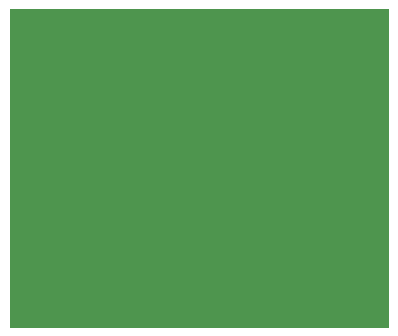
<source format=gbr>
G04 #@! TF.FileFunction,Copper,L2,Bot,Signal*
%FSLAX46Y46*%
G04 Gerber Fmt 4.6, Leading zero omitted, Abs format (unit mm)*
G04 Created by KiCad (PCBNEW 4.0.2+dfsg1-stable) date Qua 18 Mai 2016 07:39:49 BRT*
%MOMM*%
G01*
G04 APERTURE LIST*
%ADD10C,0.100000*%
%ADD11C,1.500000*%
%ADD12R,4.000000X1.481000*%
%ADD13R,1.481000X4.000000*%
G04 APERTURE END LIST*
D10*
D11*
X114540000Y-95000000D03*
X109540000Y-95000000D03*
X114540000Y-92500000D03*
X108980000Y-77040000D03*
X105980000Y-77040000D03*
X102980000Y-77040000D03*
X108980000Y-83040000D03*
X105980000Y-83040000D03*
X123000000Y-85090000D03*
X120500000Y-85090000D03*
X118000000Y-85090000D03*
X123000000Y-80090000D03*
X120500000Y-80090000D03*
X114540000Y-92500000D03*
X109540000Y-92500000D03*
X114540000Y-90000000D03*
X109540000Y-90000000D03*
X114540000Y-87500000D03*
X109540000Y-87500000D03*
X114540000Y-85000000D03*
D12*
X99630000Y-77259500D03*
X99630000Y-82820500D03*
D13*
X109259500Y-97450000D03*
X114820500Y-97450000D03*
D12*
X127460000Y-85370500D03*
X127460000Y-79809500D03*
D11*
X109540000Y-85000000D03*
X118000000Y-80090000D03*
X102980000Y-83040000D03*
D10*
G36*
X129575000Y-99375000D02*
X97605000Y-99375000D01*
X97605000Y-72425000D01*
X129575000Y-72425000D01*
X129575000Y-99375000D01*
X129575000Y-99375000D01*
G37*
X129575000Y-99375000D02*
X97605000Y-99375000D01*
X97605000Y-72425000D01*
X129575000Y-72425000D01*
X129575000Y-99375000D01*
M02*

</source>
